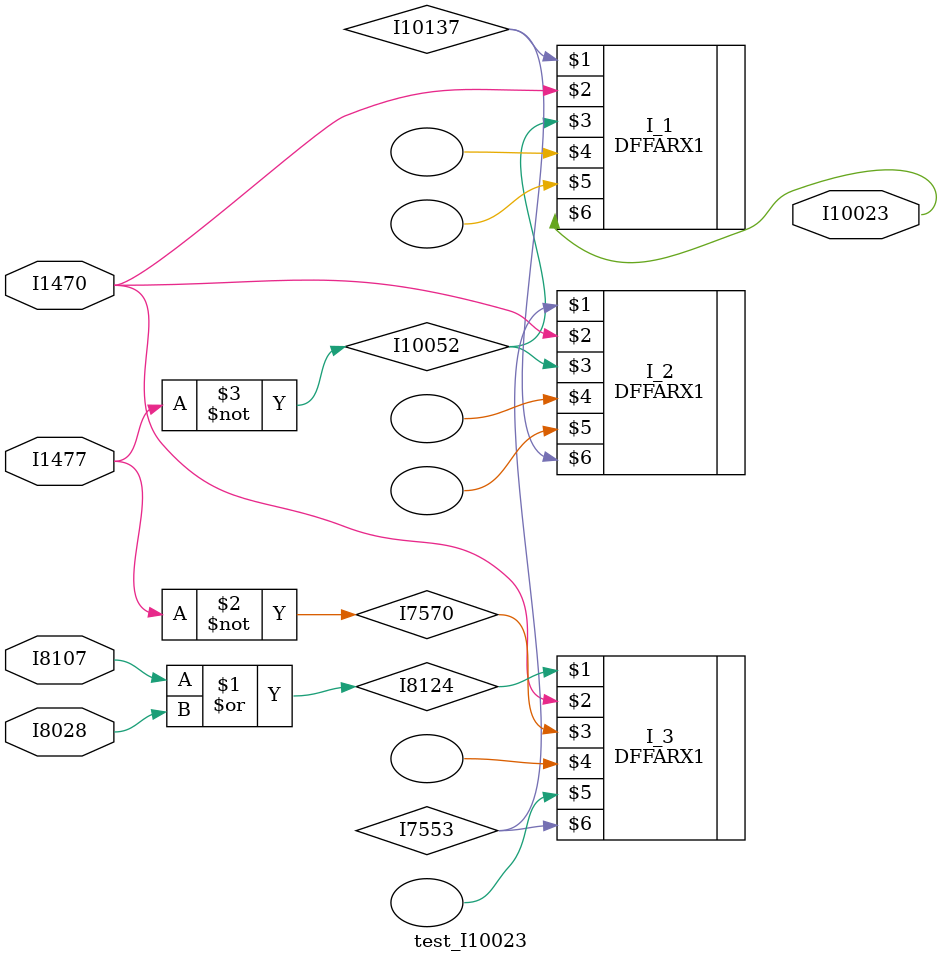
<source format=v>
module test_I10023(I8107,I1477,I8028,I1470,I10023);
input I8107,I1477,I8028,I1470;
output I10023;
wire I7570,I10137,I7553,I10052,I8124;
not I_0(I7570,I1477);
DFFARX1 I_1(I10137,I1470,I10052,,,I10023,);
DFFARX1 I_2(I7553,I1470,I10052,,,I10137,);
DFFARX1 I_3(I8124,I1470,I7570,,,I7553,);
not I_4(I10052,I1477);
or I_5(I8124,I8107,I8028);
endmodule



</source>
